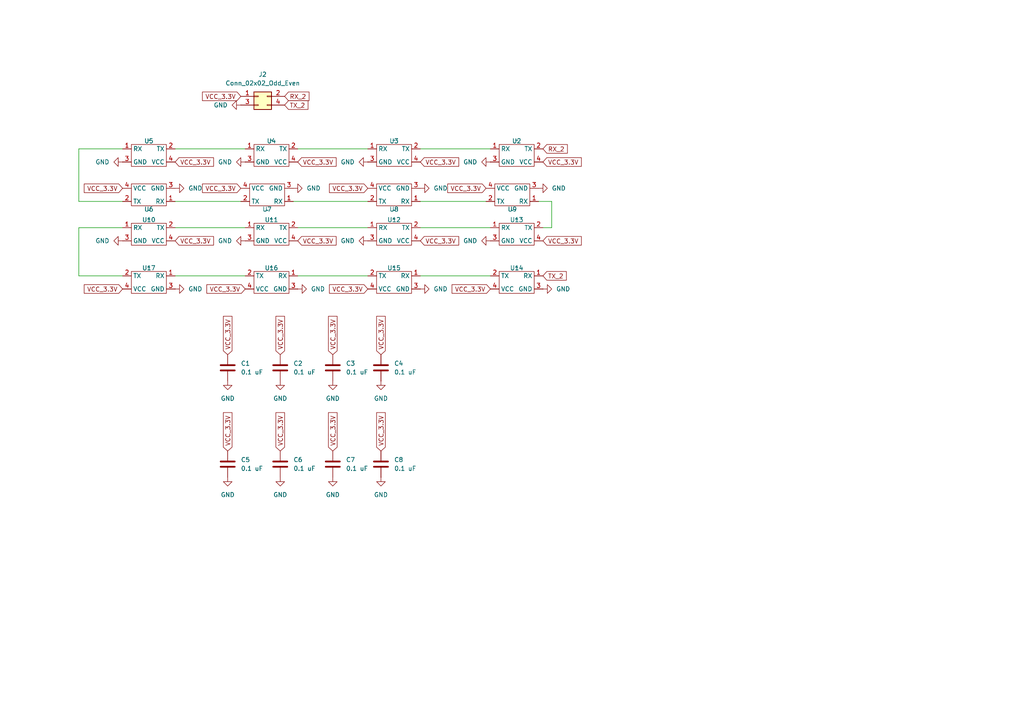
<source format=kicad_sch>
(kicad_sch (version 20231120) (generator "eeschema") (generator_version "8.0")
  (paper "A4")
  (lib_symbols
    (symbol "Connector_Generic:Conn_02x02_Odd_Even" (pin_names (offset 1.016) hide)
      (property "Reference" "J" (at 1.27 2.54 0))
      (property "Value" "Conn_02x02_Odd_Even" (at 1.27 -5.08 0))
      (symbol "Conn_02x02_Odd_Even_1_1"
        (rectangle (start -1.27 -2.413) (end 0 -2.667) (stroke (width 0.1524)))
        (rectangle (start -1.27 0.127) (end 0 -0.127) (stroke (width 0.1524)))
        (rectangle (start -1.27 1.27) (end 3.81 -3.81) (stroke (width 0.254)) (fill (type background)))
        (rectangle (start 3.81 -2.413) (end 2.54 -2.667) (stroke (width 0.1524)))
        (rectangle (start 3.81 0.127) (end 2.54 -0.127) (stroke (width 0.1524)))
        (pin passive line (at -5.08 0 0) (length 3.81) (name "Pin_1") (number "1"))
        (pin passive line (at 7.62 0 180) (length 3.81) (name "Pin_2") (number "2"))
        (pin passive line (at -5.08 -2.54 0) (length 3.81) (name "Pin_3") (number "3"))
        (pin passive line (at 7.62 -2.54 180) (length 3.81) (name "Pin_4") (number "4"))
      )
    )
    (symbol "Device:C" (pin_numbers hide) (pin_names (offset 0.254))
      (property "Reference" "C" (at 0.635 2.54 0))
      (property "Value" "C" (at 0.635 -2.54 0))
      (symbol "C_0_1"
        (polyline (pts (xy -2.032 -0.762) (xy 2.032 -0.762)) (stroke (width 0.508)))
        (polyline (pts (xy -2.032 0.762) (xy 2.032 0.762)) (stroke (width 0.508)))
      )
      (symbol "C_1_1"
        (pin passive line (at 0 3.81 270) (length 2.794) (name "~") (number "1"))
        (pin passive line (at 0 -3.81 90) (length 2.794) (name "~") (number "2"))
      )
    )
    (symbol "HYDRA_Symbol:TMP104"
      (property "Reference" "U" (at 0 0 0))
      (property "Value" "TMP104YFFR" (at 0 0 0))
      (symbol "TMP104_0_1"
        (rectangle (start 0 -2.54) (end 10.16 -8.89))
      )
      (symbol "TMP104_1_1"
        (pin input line (at -2.54 -3.81 0) (length 2.54) (name "RX") (number "1"))
        (pin input line (at 12.7 -3.81 180) (length 2.54) (name "TX") (number "2"))
        (pin input line (at -2.54 -7.62 0) (length 2.54) (name "GND") (number "3"))
        (pin input line (at 12.7 -7.62 180) (length 2.54) (name "VCC") (number "4"))
      )
    )
    (symbol "power:GND" (power) (pin_numbers hide) (pin_names (offset 0) hide)
      (property "Value" "GND" (at 0 -3.81 0))
      (symbol "GND_0_1"
        (polyline (pts (xy 0 0) (xy 0 -1.27) (xy 1.27 -1.27) (xy 0 -2.54) (xy -1.27 -1.27) (xy 0 -1.27)))
      )
      (symbol "GND_1_1"
        (pin power_in line (at 0 0 270) (length 0) (name "~") (number "1"))
      )
    )
  )
  (wire (pts (xy 121.92 43.18) (xy 142.24 43.18)))
  (wire (pts (xy 22.86 66.04) (xy 22.86 80.01)))
  (wire (pts (xy 86.36 66.04) (xy 106.68 66.04)))
  (wire (pts (xy 50.8 43.18) (xy 71.12 43.18)))
  (wire (pts (xy 157.48 66.04) (xy 160.02 66.04)))
  (wire (pts (xy 86.36 43.18) (xy 106.68 43.18)))
  (wire (pts (xy 69.85 58.42) (xy 50.8 58.42)))
  (wire (pts (xy 160.02 58.42) (xy 160.02 66.04)))
  (wire (pts (xy 22.86 43.18) (xy 22.86 58.42)))
  (wire (pts (xy 35.56 66.04) (xy 22.86 66.04)))
  (wire (pts (xy 156.21 58.42) (xy 160.02 58.42)))
  (wire (pts (xy 142.24 80.01) (xy 121.92 80.01)))
  (wire (pts (xy 50.8 66.04) (xy 71.12 66.04)))
  (wire (pts (xy 85.09 58.42) (xy 106.68 58.42)))
  (wire (pts (xy 22.86 80.01) (xy 35.56 80.01)))
  (wire (pts (xy 71.12 80.01) (xy 50.8 80.01)))
  (wire (pts (xy 140.97 58.42) (xy 121.92 58.42)))
  (wire (pts (xy 121.92 66.04) (xy 142.24 66.04)))
  (wire (pts (xy 106.68 80.01) (xy 86.36 80.01)))
  (wire (pts (xy 22.86 58.42) (xy 35.56 58.42)))
  (wire (pts (xy 35.56 43.18) (xy 22.86 43.18)))
  (global_label "VCC_3.3V" (shape input) (at 96.52 130.81 90) (property "Intersheetrefs" "${INTERSHEET_REFS}" (effects (hide yes))))
  (global_label "VCC_3.3V" (shape input) (at 50.8 69.85 0) (property "Intersheetrefs" "${INTERSHEET_REFS}" (effects (hide yes))))
  (global_label "VCC_3.3V" (shape input) (at 69.85 54.61 180) (property "Intersheetrefs" "${INTERSHEET_REFS}" (effects (hide yes))))
  (global_label "VCC_3.3V" (shape input) (at 86.36 69.85 0) (property "Intersheetrefs" "${INTERSHEET_REFS}" (effects (hide yes))))
  (global_label "VCC_3.3V" (shape input) (at 66.04 130.81 90) (property "Intersheetrefs" "${INTERSHEET_REFS}" (effects (hide yes))))
  (global_label "VCC_3.3V" (shape input) (at 69.85 27.94 180) (property "Intersheetrefs" "${INTERSHEET_REFS}" (effects (hide yes))))
  (global_label "VCC_3.3V" (shape input) (at 110.49 130.81 90) (property "Intersheetrefs" "${INTERSHEET_REFS}" (effects (hide yes))))
  (global_label "VCC_3.3V" (shape input) (at 121.92 46.99 0) (property "Intersheetrefs" "${INTERSHEET_REFS}" (effects (hide yes))))
  (global_label "VCC_3.3V" (shape input) (at 121.92 69.85 0) (property "Intersheetrefs" "${INTERSHEET_REFS}" (effects (hide yes))))
  (global_label "VCC_3.3V" (shape input) (at 81.28 130.81 90) (property "Intersheetrefs" "${INTERSHEET_REFS}" (effects (hide yes))))
  (global_label "VCC_3.3V" (shape input) (at 157.48 69.85 0) (property "Intersheetrefs" "${INTERSHEET_REFS}" (effects (hide yes))))
  (global_label "VCC_3.3V" (shape input) (at 50.8 46.99 0) (property "Intersheetrefs" "${INTERSHEET_REFS}" (effects (hide yes))))
  (global_label "VCC_3.3V" (shape input) (at 35.56 83.82 180) (property "Intersheetrefs" "${INTERSHEET_REFS}" (effects (hide yes))))
  (global_label "VCC_3.3V" (shape input) (at 71.12 83.82 180) (property "Intersheetrefs" "${INTERSHEET_REFS}" (effects (hide yes))))
  (global_label "RX_2" (shape input) (at 157.48 43.18 0) (property "Intersheetrefs" "${INTERSHEET_REFS}" (effects (hide yes))))
  (global_label "VCC_3.3V" (shape input) (at 81.28 102.87 90) (property "Intersheetrefs" "${INTERSHEET_REFS}" (effects (hide yes))))
  (global_label "VCC_3.3V" (shape input) (at 66.04 102.87 90) (property "Intersheetrefs" "${INTERSHEET_REFS}" (effects (hide yes))))
  (global_label "VCC_3.3V" (shape input) (at 106.68 83.82 180) (property "Intersheetrefs" "${INTERSHEET_REFS}" (effects (hide yes))))
  (global_label "VCC_3.3V" (shape input) (at 86.36 46.99 0) (property "Intersheetrefs" "${INTERSHEET_REFS}" (effects (hide yes))))
  (global_label "VCC_3.3V" (shape input) (at 35.56 54.61 180) (property "Intersheetrefs" "${INTERSHEET_REFS}" (effects (hide yes))))
  (global_label "TX_2" (shape input) (at 157.48 80.01 0) (property "Intersheetrefs" "${INTERSHEET_REFS}" (effects (hide yes))))
  (global_label "VCC_3.3V" (shape input) (at 110.49 102.87 90) (property "Intersheetrefs" "${INTERSHEET_REFS}" (effects (hide yes))))
  (global_label "TX_2" (shape input) (at 82.55 30.48 0) (property "Intersheetrefs" "${INTERSHEET_REFS}" (effects (hide yes))))
  (global_label "VCC_3.3V" (shape input) (at 140.97 54.61 180) (property "Intersheetrefs" "${INTERSHEET_REFS}" (effects (hide yes))))
  (global_label "VCC_3.3V" (shape input) (at 142.24 83.82 180) (property "Intersheetrefs" "${INTERSHEET_REFS}" (effects (hide yes))))
  (global_label "VCC_3.3V" (shape input) (at 106.68 54.61 180) (property "Intersheetrefs" "${INTERSHEET_REFS}" (effects (hide yes))))
  (global_label "RX_2" (shape input) (at 82.55 27.94 0) (property "Intersheetrefs" "${INTERSHEET_REFS}" (effects (hide yes))))
  (global_label "VCC_3.3V" (shape input) (at 157.48 46.99 0) (property "Intersheetrefs" "${INTERSHEET_REFS}" (effects (hide yes))))
  (global_label "VCC_3.3V" (shape input) (at 96.52 102.87 90) (property "Intersheetrefs" "${INTERSHEET_REFS}" (effects (hide yes))))
  (symbol (lib_id "power:GND") (at 86.36 83.82 90) (mirror x) (unit 1)
    (property "Reference" "#PWR017" (effects (hide yes)))
    (property "Value" "GND" (at 90.17 83.8199 90) (effects (justify right)))
    (property "Description" "Power symbol creates a global label with name \"GND\" , ground" (effects (hide yes)))
  )
  (symbol (lib_id "HYDRA_Symbol:TMP104") (at 144.78 39.37 0) (unit 1)
    (property "Reference" "U2" (at 149.86 40.894 0))
    (property "Value" "~" (at 149.86 40.64 0))
    (property "Footprint" "Molex_PCB_Power_Connector:TMP104" (effects (hide yes)))
  )
  (symbol (lib_id "HYDRA_Symbol:TMP104") (at 48.26 62.23 180) (unit 1)
    (property "Reference" "U6" (at 43.18 60.706 0))
    (property "Value" "~" (at 43.18 60.96 0))
    (property "Footprint" "Molex_PCB_Power_Connector:TMP104" (effects (hide yes)))
  )
  (symbol (lib_id "Device:C") (at 96.52 106.68 0) (unit 1)
    (property "Reference" "C3" (at 100.33 105.4099 0) (effects (justify left)))
    (property "Value" "0.1 uF" (at 100.33 107.9499 0) (effects (justify left)))
    (property "Footprint" "Capacitor_SMD:C_0603_1608Metric" (effects (hide yes)))
    (property "Description" "Unpolarized capacitor" (effects (hide yes)))
  )
  (symbol (lib_id "power:GND") (at 66.04 110.49 0) (unit 1)
    (property "Reference" "#PWR019" (effects (hide yes)))
    (property "Value" "GND" (at 66.04 115.57 0))
    (property "Description" "Power symbol creates a global label with name \"GND\" , ground" (effects (hide yes)))
  )
  (symbol (lib_id "power:GND") (at 106.68 69.85 270) (unit 1)
    (property "Reference" "#PWR013" (effects (hide yes)))
    (property "Value" "GND" (at 102.87 69.8499 90) (effects (justify right)))
    (property "Description" "Power symbol creates a global label with name \"GND\" , ground" (effects (hide yes)))
  )
  (symbol (lib_id "HYDRA_Symbol:TMP104") (at 38.1 62.23 0) (unit 1)
    (property "Reference" "U10" (at 43.18 63.754 0))
    (property "Value" "~" (at 43.18 63.5 0))
    (property "Footprint" "Molex_PCB_Power_Connector:TMP104" (effects (hide yes)))
  )
  (symbol (lib_id "Device:C") (at 110.49 134.62 0) (unit 1)
    (property "Reference" "C8" (at 114.3 133.3499 0) (effects (justify left)))
    (property "Value" "0.1 uF" (at 114.3 135.8899 0) (effects (justify left)))
    (property "Footprint" "Capacitor_SMD:C_0603_1608Metric" (effects (hide yes)))
    (property "Description" "Unpolarized capacitor" (effects (hide yes)))
  )
  (symbol (lib_id "power:GND") (at 142.24 69.85 270) (unit 1)
    (property "Reference" "#PWR014" (effects (hide yes)))
    (property "Value" "GND" (at 138.43 69.8499 90) (effects (justify right)))
    (property "Description" "Power symbol creates a global label with name \"GND\" , ground" (effects (hide yes)))
  )
  (symbol (lib_id "power:GND") (at 96.52 110.49 0) (unit 1)
    (property "Reference" "#PWR021" (effects (hide yes)))
    (property "Value" "GND" (at 96.52 115.57 0))
    (property "Description" "Power symbol creates a global label with name \"GND\" , ground" (effects (hide yes)))
  )
  (symbol (lib_id "power:GND") (at 85.09 54.61 90) (unit 1)
    (property "Reference" "#PWR08" (effects (hide yes)))
    (property "Value" "GND" (at 88.9 54.6101 90) (effects (justify right)))
    (property "Description" "Power symbol creates a global label with name \"GND\" , ground" (effects (hide yes)))
  )
  (symbol (lib_id "HYDRA_Symbol:TMP104") (at 38.1 39.37 0) (unit 1)
    (property "Reference" "U5" (at 43.18 40.894 0))
    (property "Value" "~" (at 43.18 40.64 0))
    (property "Footprint" "Molex_PCB_Power_Connector:TMP104" (effects (hide yes)))
  )
  (symbol (lib_id "power:GND") (at 121.92 54.61 90) (unit 1)
    (property "Reference" "#PWR09" (effects (hide yes)))
    (property "Value" "GND" (at 125.73 54.6101 90) (effects (justify right)))
    (property "Description" "Power symbol creates a global label with name \"GND\" , ground" (effects (hide yes)))
  )
  (symbol (lib_id "power:GND") (at 35.56 46.99 270) (unit 1)
    (property "Reference" "#PWR06" (effects (hide yes)))
    (property "Value" "GND" (at 31.75 46.9899 90) (effects (justify right)))
    (property "Description" "Power symbol creates a global label with name \"GND\" , ground" (effects (hide yes)))
  )
  (symbol (lib_id "power:GND") (at 81.28 138.43 0) (unit 1)
    (property "Reference" "#PWR024" (effects (hide yes)))
    (property "Value" "GND" (at 81.28 143.51 0))
    (property "Description" "Power symbol creates a global label with name \"GND\" , ground" (effects (hide yes)))
  )
  (symbol (lib_id "power:GND") (at 71.12 69.85 270) (unit 1)
    (property "Reference" "#PWR012" (effects (hide yes)))
    (property "Value" "GND" (at 67.31 69.8499 90) (effects (justify right)))
    (property "Description" "Power symbol creates a global label with name \"GND\" , ground" (effects (hide yes)))
  )
  (symbol (lib_id "power:GND") (at 69.85 30.48 270) (unit 1)
    (property "Reference" "#PWR02" (effects (hide yes)))
    (property "Value" "GND" (at 66.04 30.4799 90) (effects (justify right)))
    (property "Description" "Power symbol creates a global label with name \"GND\" , ground" (effects (hide yes)))
  )
  (symbol (lib_id "power:GND") (at 71.12 46.99 270) (unit 1)
    (property "Reference" "#PWR05" (effects (hide yes)))
    (property "Value" "GND" (at 67.31 46.9899 90) (effects (justify right)))
    (property "Description" "Power symbol creates a global label with name \"GND\" , ground" (effects (hide yes)))
  )
  (symbol (lib_id "power:GND") (at 81.28 110.49 0) (unit 1)
    (property "Reference" "#PWR020" (effects (hide yes)))
    (property "Value" "GND" (at 81.28 115.57 0))
    (property "Description" "Power symbol creates a global label with name \"GND\" , ground" (effects (hide yes)))
  )
  (symbol (lib_id "HYDRA_Symbol:TMP104") (at 109.22 62.23 0) (unit 1)
    (property "Reference" "U12" (at 114.3 63.754 0))
    (property "Value" "~" (at 114.3 63.5 0))
    (property "Footprint" "Molex_PCB_Power_Connector:TMP104" (effects (hide yes)))
  )
  (symbol (lib_id "Device:C") (at 81.28 134.62 0) (unit 1)
    (property "Reference" "C6" (at 85.09 133.3499 0) (effects (justify left)))
    (property "Value" "0.1 uF" (at 85.09 135.8899 0) (effects (justify left)))
    (property "Footprint" "Capacitor_SMD:C_0603_1608Metric" (effects (hide yes)))
    (property "Description" "Unpolarized capacitor" (effects (hide yes)))
  )
  (symbol (lib_id "power:GND") (at 121.92 83.82 90) (mirror x) (unit 1)
    (property "Reference" "#PWR016" (effects (hide yes)))
    (property "Value" "GND" (at 125.73 83.8199 90) (effects (justify right)))
    (property "Description" "Power symbol creates a global label with name \"GND\" , ground" (effects (hide yes)))
  )
  (symbol (lib_id "power:GND") (at 110.49 110.49 0) (unit 1)
    (property "Reference" "#PWR022" (effects (hide yes)))
    (property "Value" "GND" (at 110.49 115.57 0))
    (property "Description" "Power symbol creates a global label with name \"GND\" , ground" (effects (hide yes)))
  )
  (symbol (lib_id "Device:C") (at 96.52 134.62 0) (unit 1)
    (property "Reference" "C7" (at 100.33 133.3499 0) (effects (justify left)))
    (property "Value" "0.1 uF" (at 100.33 135.8899 0) (effects (justify left)))
    (property "Footprint" "Capacitor_SMD:C_0603_1608Metric" (effects (hide yes)))
    (property "Description" "Unpolarized capacitor" (effects (hide yes)))
  )
  (symbol (lib_id "HYDRA_Symbol:TMP104") (at 73.66 62.23 0) (unit 1)
    (property "Reference" "U11" (at 78.74 63.754 0))
    (property "Value" "~" (at 78.74 63.5 0))
    (property "Footprint" "Molex_PCB_Power_Connector:TMP104" (effects (hide yes)))
  )
  (symbol (lib_id "HYDRA_Symbol:TMP104") (at 144.78 62.23 0) (unit 1)
    (property "Reference" "U13" (at 149.86 63.754 0))
    (property "Value" "~" (at 149.86 63.5 0))
    (property "Footprint" "Molex_PCB_Power_Connector:TMP104" (effects (hide yes)))
  )
  (symbol (lib_id "power:GND") (at 50.8 54.61 90) (unit 1)
    (property "Reference" "#PWR07" (effects (hide yes)))
    (property "Value" "GND" (at 54.61 54.6101 90) (effects (justify right)))
    (property "Description" "Power symbol creates a global label with name \"GND\" , ground" (effects (hide yes)))
  )
  (symbol (lib_id "HYDRA_Symbol:TMP104") (at 48.26 76.2 0) (mirror y) (unit 1)
    (property "Reference" "U17" (at 43.18 77.724 0))
    (property "Value" "~" (at 43.18 77.47 0))
    (property "Footprint" "Molex_PCB_Power_Connector:TMP104" (effects (hide yes)))
  )
  (symbol (lib_id "power:GND") (at 156.21 54.61 90) (unit 1)
    (property "Reference" "#PWR010" (effects (hide yes)))
    (property "Value" "GND" (at 160.02 54.6101 90) (effects (justify right)))
    (property "Description" "Power symbol creates a global label with name \"GND\" , ground" (effects (hide yes)))
  )
  (symbol (lib_id "HYDRA_Symbol:TMP104") (at 83.82 76.2 0) (mirror y) (unit 1)
    (property "Reference" "U16" (at 78.74 77.724 0))
    (property "Value" "~" (at 78.74 77.47 0))
    (property "Footprint" "Molex_PCB_Power_Connector:TMP104" (effects (hide yes)))
  )
  (symbol (lib_id "power:GND") (at 35.56 69.85 270) (unit 1)
    (property "Reference" "#PWR011" (effects (hide yes)))
    (property "Value" "GND" (at 31.75 69.8499 90) (effects (justify right)))
    (property "Description" "Power symbol creates a global label with name \"GND\" , ground" (effects (hide yes)))
  )
  (symbol (lib_id "HYDRA_Symbol:TMP104") (at 119.38 76.2 0) (mirror y) (unit 1)
    (property "Reference" "U15" (at 114.3 77.724 0))
    (property "Value" "~" (at 114.3 77.47 0))
    (property "Footprint" "Molex_PCB_Power_Connector:TMP104" (effects (hide yes)))
  )
  (symbol (lib_id "Device:C") (at 66.04 106.68 0) (unit 1)
    (property "Reference" "C1" (at 69.85 105.4099 0) (effects (justify left)))
    (property "Value" "0.1 uF" (at 69.85 107.9499 0) (effects (justify left)))
    (property "Footprint" "Capacitor_SMD:C_0603_1608Metric" (effects (hide yes)))
    (property "Description" "Unpolarized capacitor" (effects (hide yes)))
  )
  (symbol (lib_id "Device:C") (at 66.04 134.62 0) (unit 1)
    (property "Reference" "C5" (at 69.85 133.3499 0) (effects (justify left)))
    (property "Value" "0.1 uF" (at 69.85 135.8899 0) (effects (justify left)))
    (property "Footprint" "Capacitor_SMD:C_0603_1608Metric" (effects (hide yes)))
    (property "Description" "Unpolarized capacitor" (effects (hide yes)))
  )
  (symbol (lib_id "power:GND") (at 50.8 83.82 90) (mirror x) (unit 1)
    (property "Reference" "#PWR018" (effects (hide yes)))
    (property "Value" "GND" (at 54.61 83.8199 90) (effects (justify right)))
    (property "Description" "Power symbol creates a global label with name \"GND\" , ground" (effects (hide yes)))
  )
  (symbol (lib_id "power:GND") (at 106.68 46.99 270) (unit 1)
    (property "Reference" "#PWR04" (effects (hide yes)))
    (property "Value" "GND" (at 102.87 46.9899 90) (effects (justify right)))
    (property "Description" "Power symbol creates a global label with name \"GND\" , ground" (effects (hide yes)))
  )
  (symbol (lib_id "power:GND") (at 157.48 83.82 90) (mirror x) (unit 1)
    (property "Reference" "#PWR015" (effects (hide yes)))
    (property "Value" "GND" (at 161.29 83.8199 90) (effects (justify right)))
    (property "Description" "Power symbol creates a global label with name \"GND\" , ground" (effects (hide yes)))
  )
  (symbol (lib_id "HYDRA_Symbol:TMP104") (at 109.22 39.37 0) (unit 1)
    (property "Reference" "U3" (at 114.3 40.894 0))
    (property "Value" "~" (at 114.3 40.64 0))
    (property "Footprint" "Molex_PCB_Power_Connector:TMP104" (effects (hide yes)))
  )
  (symbol (lib_id "power:GND") (at 66.04 138.43 0) (unit 1)
    (property "Reference" "#PWR023" (effects (hide yes)))
    (property "Value" "GND" (at 66.04 143.51 0))
    (property "Description" "Power symbol creates a global label with name \"GND\" , ground" (effects (hide yes)))
  )
  (symbol (lib_id "HYDRA_Symbol:TMP104") (at 82.55 62.23 180) (unit 1)
    (property "Reference" "U7" (at 77.47 60.706 0))
    (property "Value" "~" (at 77.47 60.96 0))
    (property "Footprint" "Molex_PCB_Power_Connector:TMP104" (effects (hide yes)))
  )
  (symbol (lib_id "power:GND") (at 96.52 138.43 0) (unit 1)
    (property "Reference" "#PWR025" (effects (hide yes)))
    (property "Value" "GND" (at 96.52 143.51 0))
    (property "Description" "Power symbol creates a global label with name \"GND\" , ground" (effects (hide yes)))
  )
  (symbol (lib_id "power:GND") (at 142.24 46.99 270) (unit 1)
    (property "Reference" "#PWR03" (effects (hide yes)))
    (property "Value" "GND" (at 138.43 46.9899 90) (effects (justify right)))
    (property "Description" "Power symbol creates a global label with name \"GND\" , ground" (effects (hide yes)))
  )
  (symbol (lib_id "power:GND") (at 110.49 138.43 0) (unit 1)
    (property "Reference" "#PWR026" (effects (hide yes)))
    (property "Value" "GND" (at 110.49 143.51 0))
    (property "Description" "Power symbol creates a global label with name \"GND\" , ground" (effects (hide yes)))
  )
  (symbol (lib_id "HYDRA_Symbol:TMP104") (at 73.66 39.37 0) (unit 1)
    (property "Reference" "U4" (at 78.74 40.894 0))
    (property "Value" "~" (at 78.74 40.64 0))
    (property "Footprint" "Molex_PCB_Power_Connector:TMP104" (effects (hide yes)))
  )
  (symbol (lib_id "Device:C") (at 110.49 106.68 0) (unit 1)
    (property "Reference" "C4" (at 114.3 105.4099 0) (effects (justify left)))
    (property "Value" "0.1 uF" (at 114.3 107.9499 0) (effects (justify left)))
    (property "Footprint" "Capacitor_SMD:C_0603_1608Metric" (effects (hide yes)))
    (property "Description" "Unpolarized capacitor" (effects (hide yes)))
  )
  (symbol (lib_id "Connector_Generic:Conn_02x02_Odd_Even") (at 74.93 27.94 0) (unit 1)
    (property "Reference" "J2" (at 76.2 21.59 0))
    (property "Value" "Conn_02x02_Odd_Even" (at 76.2 24.13 0))
    (property "Description" "Generic connector, double row, 02x02, odd/even pin numbering scheme (row 1 odd numbers, row 2 even numbers), script generated (kicad-library-utils/schlib/autogen/connector/)" (effects (hide yes)))
  )
  (symbol (lib_id "HYDRA_Symbol:TMP104") (at 119.38 62.23 180) (unit 1)
    (property "Reference" "U8" (at 114.3 60.706 0))
    (property "Value" "~" (at 114.3 60.96 0))
    (property "Footprint" "Molex_PCB_Power_Connector:TMP104" (effects (hide yes)))
  )
  (symbol (lib_id "Device:C") (at 81.28 106.68 0) (unit 1)
    (property "Reference" "C2" (at 85.09 105.4099 0) (effects (justify left)))
    (property "Value" "0.1 uF" (at 85.09 107.9499 0) (effects (justify left)))
    (property "Footprint" "Capacitor_SMD:C_0603_1608Metric" (effects (hide yes)))
    (property "Description" "Unpolarized capacitor" (effects (hide yes)))
  )
  (symbol (lib_id "HYDRA_Symbol:TMP104") (at 154.94 76.2 0) (mirror y) (unit 1)
    (property "Reference" "U14" (at 149.86 77.724 0))
    (property "Value" "~" (at 149.86 77.47 0))
    (property "Footprint" "Molex_PCB_Power_Connector:TMP104" (effects (hide yes)))
  )
  (symbol (lib_id "HYDRA_Symbol:TMP104") (at 153.67 62.23 180) (unit 1)
    (property "Reference" "U9" (at 148.59 60.706 0))
    (property "Value" "~" (at 148.59 60.96 0))
    (property "Footprint" "Molex_PCB_Power_Connector:TMP104" (effects (hide yes)))
  )
)
</source>
